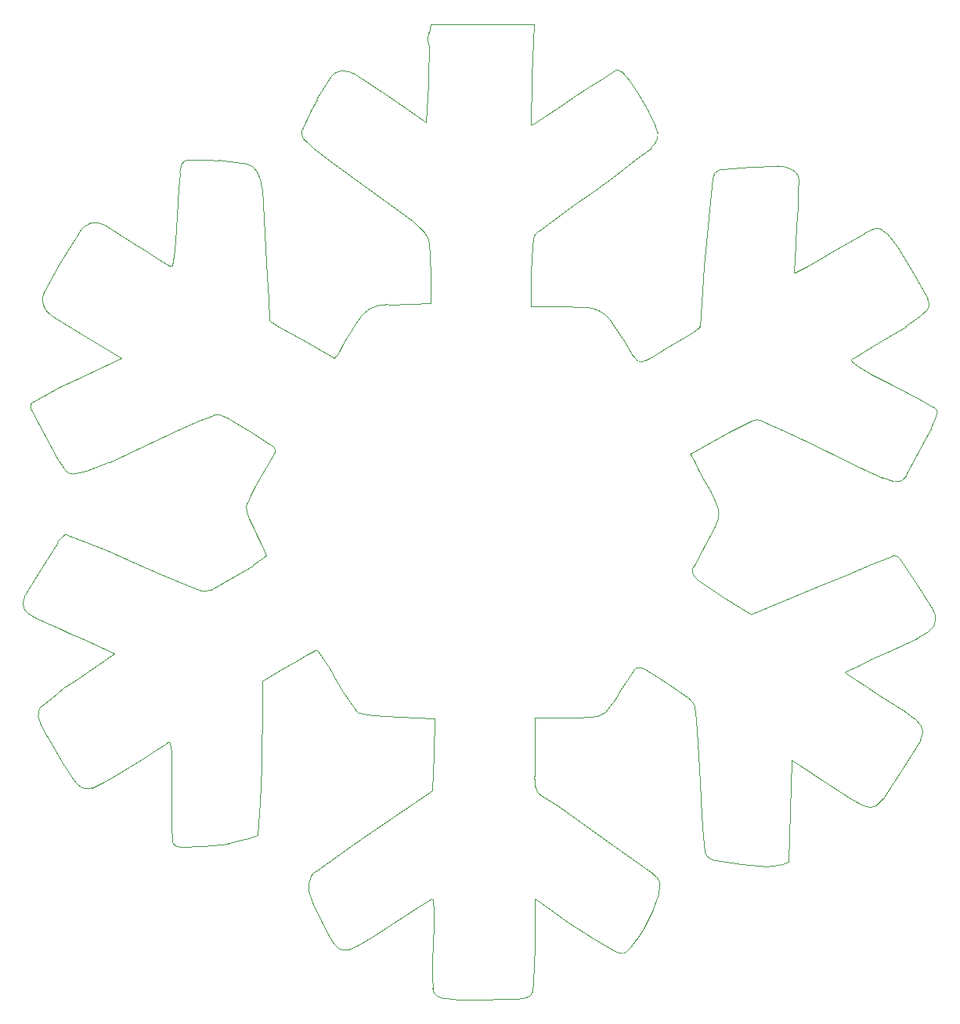
<source format=gm1>
%TF.GenerationSoftware,KiCad,Pcbnew,(6.0.7)*%
%TF.CreationDate,2022-10-09T20:43:52-07:00*%
%TF.ProjectId,IEEE_PCB_SMD,49454545-5f50-4434-925f-534d442e6b69,rev?*%
%TF.SameCoordinates,Original*%
%TF.FileFunction,Profile,NP*%
%FSLAX46Y46*%
G04 Gerber Fmt 4.6, Leading zero omitted, Abs format (unit mm)*
G04 Created by KiCad (PCBNEW (6.0.7)) date 2022-10-09 20:43:52*
%MOMM*%
%LPD*%
G01*
G04 APERTURE LIST*
%TA.AperFunction,Profile*%
%ADD10C,0.024499*%
%TD*%
G04 APERTURE END LIST*
D10*
%TO.C,REF\u002A\u002A*%
X124129972Y-127760390D02*
X125412792Y-127317665D01*
X106874374Y-95637832D02*
X104824343Y-94845275D01*
X116089818Y-124484458D02*
X116124264Y-126328904D01*
X175875097Y-101623474D02*
X173055657Y-99763891D01*
X164085229Y-112549876D02*
X164640622Y-111655471D01*
X109951301Y-107631961D02*
X105983601Y-110333635D01*
X126055609Y-96470146D02*
X126304054Y-97093151D01*
X166256856Y-54358822D02*
X167953702Y-53019926D01*
X149707130Y-39710309D02*
X144151128Y-39710309D01*
X136288270Y-139152014D02*
X137746636Y-138308784D01*
X103012792Y-104549933D02*
X103990412Y-104978371D01*
X125728683Y-95729360D02*
X126055609Y-96470146D01*
X125762791Y-88517078D02*
X125159764Y-89543969D01*
X155357240Y-120978485D02*
X155337791Y-118622995D01*
X155784749Y-62036982D02*
X157495795Y-60753010D01*
X144566106Y-114703452D02*
X144439449Y-118594381D01*
X136770802Y-114206120D02*
X137904104Y-114328558D01*
X130650744Y-50086395D02*
X130245003Y-51047421D01*
X164196825Y-55914120D02*
X166256856Y-54358822D01*
X167530103Y-48930667D02*
X166479665Y-47029176D01*
X134538877Y-74400450D02*
X134172063Y-75046556D01*
X196715112Y-100237337D02*
X194849395Y-97419248D01*
X131426830Y-53030848D02*
X133197924Y-54428603D01*
X122672382Y-99480402D02*
X120323195Y-100806973D01*
X131908402Y-107413230D02*
X132501388Y-108243628D01*
X161859453Y-57598242D02*
X164196825Y-55914120D01*
X131825080Y-47760309D02*
X131189684Y-48955552D01*
X124675901Y-83727821D02*
X127103286Y-85282198D01*
X141378368Y-135954652D02*
X142824577Y-135041158D01*
X140764449Y-114527079D02*
X144566106Y-114703452D01*
X190952651Y-75080218D02*
X192072656Y-74400612D01*
X155014384Y-64952643D02*
X155099357Y-63722700D01*
X111993821Y-97800968D02*
X109247903Y-96606634D01*
X174295034Y-95025763D02*
X174814559Y-93938716D01*
X118844407Y-54310363D02*
X117875257Y-54348397D01*
X143944729Y-41926549D02*
X143936268Y-43116163D01*
X104358555Y-119503244D02*
X105301453Y-121007796D01*
X117192478Y-100032253D02*
X114758489Y-99011638D01*
X126872864Y-86643568D02*
X126365729Y-87526868D01*
X155235730Y-143095769D02*
X155314348Y-141476341D01*
X173703632Y-88921033D02*
X173104955Y-87856928D01*
X132338936Y-136660309D02*
X133117060Y-138162212D01*
X129704832Y-108400049D02*
X130656345Y-107870218D01*
X167125354Y-137360310D02*
X168181953Y-135343868D01*
X173124928Y-72473802D02*
X172447369Y-72939733D01*
X135208540Y-139673152D02*
X136288270Y-139152014D01*
X125899196Y-115310310D02*
X125946377Y-110585309D01*
X116124264Y-126328904D02*
X116188116Y-127882352D01*
X115697233Y-65698674D02*
X114580245Y-64998689D01*
X195108593Y-120218479D02*
X197097915Y-117009970D01*
X174308375Y-90041012D02*
X173703632Y-88921033D01*
X126574887Y-69415397D02*
X126431081Y-66865771D01*
X124650448Y-90539748D02*
X124276461Y-91396212D01*
X191809208Y-108274057D02*
X193583841Y-107469392D01*
X173685197Y-65855777D02*
X173204702Y-72332371D01*
X136519086Y-71338390D02*
X135988633Y-72043196D01*
X173203376Y-121598811D02*
X173385488Y-125159343D01*
X135474497Y-128453681D02*
X133335088Y-129987789D01*
X104028467Y-78892666D02*
X102438534Y-79734866D01*
X111795302Y-63197866D02*
X108701523Y-61303631D01*
X106406592Y-73208313D02*
X110675393Y-75705868D01*
X174147021Y-84975392D02*
X176502662Y-83723537D01*
X187136448Y-121796499D02*
X189746315Y-123484632D01*
X198501880Y-81058586D02*
X197186346Y-80331586D01*
X137904104Y-114328558D02*
X139264815Y-114441160D01*
X196698784Y-86161049D02*
X197389105Y-84903138D01*
X144137792Y-66196319D02*
X144137792Y-69810309D01*
X155314348Y-141476341D02*
X155337792Y-139172619D01*
X133708491Y-75705231D02*
X130467962Y-73906408D01*
X135399573Y-112951635D02*
X136045823Y-113849309D01*
X125412792Y-127317665D02*
X125632404Y-123676487D01*
X143902062Y-44513427D02*
X143830457Y-46117414D01*
X168635991Y-75236757D02*
X167797044Y-75739000D01*
X125632404Y-123676487D02*
X125720075Y-121946281D01*
X193831284Y-78569878D02*
X191604159Y-77410287D01*
X116131749Y-119518554D02*
X116102547Y-122383574D01*
X102438534Y-79734866D02*
X101124433Y-80479381D01*
X154987792Y-70160309D02*
X154987792Y-66552205D01*
X127282210Y-85890211D02*
X126872864Y-86643568D01*
X122351693Y-82311087D02*
X124675901Y-83727821D01*
X103942101Y-65658916D02*
X102332411Y-68615660D01*
X107532046Y-106549004D02*
X109951301Y-107631961D01*
X158685801Y-114610309D02*
X160014640Y-114585294D01*
X116899401Y-83454101D02*
X119073025Y-82510553D01*
X161238126Y-114509806D02*
X162252341Y-114402271D01*
X141950292Y-69865093D02*
X139512410Y-69950824D01*
X134668821Y-111829303D02*
X135399573Y-112951635D01*
X165178083Y-110774705D02*
X165694331Y-110007509D01*
X186003842Y-65161880D02*
X184689434Y-65905731D01*
X119073025Y-82510553D02*
X120669960Y-81899449D01*
X144293709Y-141031054D02*
X144293903Y-142650445D01*
X172218735Y-86098816D02*
X174147021Y-84975392D01*
X168400895Y-50647136D02*
X167530103Y-48930667D01*
X120013121Y-54315257D02*
X118844407Y-54310363D01*
X190018497Y-75657813D02*
X190952651Y-75080218D01*
X182812792Y-130169767D02*
X182987792Y-124676228D01*
X159530015Y-59261637D02*
X161859453Y-57598242D01*
X183855482Y-57801022D02*
X183884538Y-56349725D01*
X163514773Y-113359556D02*
X164085229Y-112549876D01*
X158085563Y-70160309D02*
X154987792Y-70160309D01*
X165992912Y-75449784D02*
X164913927Y-73686543D01*
X149680106Y-145060309D02*
X151868428Y-145036601D01*
X183162792Y-119182688D02*
X187136448Y-121796499D01*
X169623338Y-74652917D02*
X168635991Y-75236757D01*
X134172063Y-75046556D02*
X133852649Y-75606233D01*
X102611252Y-116574331D02*
X104358555Y-119503244D01*
X178692514Y-55105099D02*
X175693978Y-55337130D01*
X103103976Y-112461778D02*
X102033281Y-113368464D01*
X174616418Y-56290099D02*
X174159780Y-60624007D01*
X167950708Y-131296906D02*
X162632320Y-127520693D01*
X155099357Y-63722700D02*
X155231204Y-62816912D01*
X197843614Y-69291522D02*
X196161176Y-66361672D01*
X109247903Y-96606634D02*
X106874374Y-95637832D01*
X161227828Y-46445172D02*
X159537792Y-47585309D01*
X144434300Y-137135340D02*
X144368475Y-138960978D01*
X183486207Y-65015430D02*
X183569632Y-63384326D01*
X181934255Y-83439646D02*
X184363729Y-84571597D01*
X157495795Y-60753010D02*
X159530015Y-59261637D01*
X124254817Y-92300810D02*
X124517433Y-93075339D01*
X109363989Y-87009264D02*
X113886435Y-84876696D01*
X110034880Y-120860648D02*
X111553785Y-119924375D01*
X139719888Y-137038729D02*
X141378368Y-135954652D01*
X131189684Y-48955552D02*
X130650744Y-50086395D01*
X125159764Y-89543969D02*
X124650448Y-90539748D01*
X124910338Y-98150670D02*
X122672382Y-99480402D01*
X174926084Y-130052234D02*
X177708636Y-130451885D01*
X126431081Y-66865771D02*
X126273910Y-63847485D01*
X154987792Y-66552205D02*
X155014384Y-64952643D01*
X192072656Y-74400612D02*
X193312791Y-73662669D01*
X126273910Y-63847485D02*
X125888519Y-57445444D01*
X116987319Y-55747206D02*
X116831229Y-57329612D01*
X173569329Y-127488533D02*
X173763511Y-129094342D01*
X103119421Y-71160268D02*
X106406592Y-73208313D01*
X124517433Y-93075339D02*
X124880378Y-93968335D01*
X155018237Y-47215535D02*
X155078069Y-45135309D01*
X173385488Y-125159343D02*
X173569329Y-127488533D01*
X182987792Y-124676228D02*
X183162792Y-119182688D01*
X126710622Y-71704805D02*
X126574887Y-69415397D01*
X116082366Y-118089241D02*
X116131749Y-119518554D01*
X126365729Y-87526868D02*
X125762791Y-88517078D01*
X144293903Y-142650445D02*
X144352791Y-143871852D01*
X108650514Y-121627089D02*
X110034880Y-120860648D01*
X172616125Y-86951743D02*
X172201865Y-86159886D01*
X197186346Y-80331586D02*
X195618080Y-79492281D01*
X176502662Y-83723537D02*
X178835450Y-82545011D01*
X174159780Y-60624007D02*
X173685197Y-65855777D01*
X114758489Y-99011638D02*
X111993821Y-97800968D01*
X174814559Y-93938716D02*
X175197302Y-93008015D01*
X155337791Y-118622995D02*
X155337792Y-114610309D01*
X144439449Y-118594381D02*
X144312792Y-122485309D01*
X119276655Y-100873017D02*
X117192478Y-100032253D01*
X151868428Y-145036601D02*
X153421863Y-144957553D01*
X121290798Y-54374942D02*
X120013121Y-54315257D01*
X133197924Y-54428603D02*
X136350291Y-56722817D01*
X183684461Y-61463138D02*
X183792445Y-59515907D01*
X186285374Y-100287895D02*
X178737402Y-103465481D01*
X143830457Y-46117414D02*
X143612792Y-50249519D01*
X125946377Y-110585309D02*
X128644868Y-109010309D01*
X105879590Y-77984680D02*
X104028467Y-78892666D01*
X197389105Y-84903138D02*
X198225476Y-83349666D01*
X155078069Y-45135309D02*
X155263132Y-39710309D01*
X181843673Y-130509930D02*
X182812792Y-130169767D01*
X190008041Y-110493670D02*
X189012738Y-109816559D01*
X116673006Y-60372352D02*
X116528195Y-63127863D01*
X155263132Y-39710309D02*
X149707130Y-39710309D01*
X104444584Y-111423089D02*
X103103976Y-112461778D01*
X133335088Y-129987789D02*
X131555904Y-131317504D01*
X155337792Y-134124929D02*
X156125291Y-134702111D01*
X116102547Y-122383574D02*
X116089818Y-124484458D01*
X133915601Y-110546779D02*
X134668821Y-111829303D01*
X190315026Y-108979853D02*
X191809208Y-108274057D01*
X173104955Y-87856928D02*
X172616125Y-86951743D01*
X113008372Y-118990293D02*
X114309337Y-118158348D01*
X166427540Y-138521327D02*
X167125354Y-137360310D01*
X183569632Y-63384326D02*
X183684461Y-61463138D01*
X116918461Y-128575083D02*
X119581747Y-128469815D01*
X102008000Y-98437000D02*
X100275376Y-101340332D01*
X179849337Y-82503703D02*
X181934255Y-83439646D01*
X144368475Y-138960978D02*
X144293709Y-141031054D01*
X164640622Y-111655471D02*
X165178083Y-110774705D01*
X153421863Y-144957553D02*
X154524901Y-144836115D01*
X130656345Y-107870218D02*
X131463548Y-107434679D01*
X165694331Y-110007509D02*
X166148785Y-109393227D01*
X113268963Y-64160552D02*
X111795302Y-63197866D01*
X157864753Y-48725815D02*
X156430706Y-49686403D01*
X161715912Y-138468071D02*
X164201237Y-139950582D01*
X172531075Y-98275916D02*
X173679391Y-96155016D01*
X191163493Y-111257664D02*
X190008041Y-110493670D01*
X125720075Y-121946281D02*
X125801364Y-119716937D01*
X144137792Y-69810309D02*
X141950292Y-69865093D01*
X137746636Y-138308784D02*
X139719888Y-137038729D01*
X100928182Y-81289681D02*
X102337374Y-84016191D01*
X189210156Y-99070105D02*
X186285374Y-100287895D01*
X193949191Y-97172738D02*
X191745298Y-98044216D01*
X190941330Y-87772930D02*
X192994188Y-88678993D01*
X144312792Y-122485309D02*
X137942127Y-126764361D01*
X144410115Y-134323713D02*
X144440645Y-135602732D01*
X198464559Y-103026154D02*
X196715112Y-100237337D01*
X196116927Y-87265592D02*
X196698784Y-86161049D01*
X172904139Y-116084167D02*
X173059242Y-118668526D01*
X144151128Y-39710309D02*
X143936510Y-40565417D01*
X133179405Y-109288448D02*
X133915601Y-110546779D01*
X172447369Y-72939733D02*
X171624073Y-73470388D01*
X114580245Y-64998689D02*
X113268963Y-64160552D01*
X125309974Y-94873506D02*
X125728683Y-95729360D01*
X162632320Y-127520693D02*
X157539247Y-123934916D01*
X169651857Y-110918934D02*
X172104635Y-112601182D01*
X177708636Y-130451885D02*
X180485376Y-130699875D01*
X114309337Y-118158348D02*
X115407410Y-117458875D01*
X174819532Y-91120232D02*
X174308375Y-90041012D01*
X192535140Y-112131324D02*
X191163493Y-111257664D01*
X187126741Y-85914435D02*
X190941330Y-87772930D01*
X125865156Y-117385218D02*
X125899196Y-115310310D01*
X107495502Y-122191007D02*
X108650514Y-121627089D01*
X170650291Y-74053049D02*
X169623338Y-74652917D01*
X171624073Y-73470388D02*
X170650291Y-74053049D01*
X139492061Y-47407461D02*
X135966734Y-45089772D01*
X173679391Y-96155016D02*
X174295034Y-95025763D01*
X156430706Y-49686403D02*
X155160241Y-50526580D01*
X178737402Y-103465481D02*
X175875097Y-101623474D01*
X184363729Y-84571597D02*
X187126741Y-85914435D01*
X162997312Y-114006457D02*
X163514773Y-113359556D01*
X137942127Y-126764361D02*
X135474497Y-128453681D01*
X154992870Y-48966716D02*
X155018237Y-47215535D01*
X173059242Y-118668526D02*
X173203376Y-121598811D01*
X135441896Y-72851579D02*
X134960691Y-73652547D01*
X155114977Y-144241673D02*
X155235730Y-143095769D01*
X131359948Y-134591211D02*
X132338936Y-136660309D01*
X181640588Y-54992386D02*
X178692514Y-55105099D01*
X116831229Y-57329612D02*
X116673006Y-60372352D01*
X189017304Y-109611552D02*
X190315026Y-108979853D01*
X195618080Y-79492281D02*
X193831284Y-78569878D01*
X183421058Y-66461770D02*
X183486207Y-65015430D01*
X193312791Y-73662669D02*
X195491414Y-72331867D01*
X155337792Y-114610309D02*
X158685801Y-114610309D01*
X158941232Y-136683182D02*
X161715912Y-138468071D01*
X119581747Y-128469815D02*
X122257924Y-128206422D01*
X163998117Y-44686990D02*
X162715846Y-45484216D01*
X142824577Y-135041158D02*
X144080387Y-134270021D01*
X105206573Y-105515058D02*
X106452943Y-106067685D01*
X160014640Y-114585294D02*
X161238126Y-114509806D01*
X196161176Y-66361672D02*
X194496215Y-63589980D01*
X110675393Y-75705868D02*
X105879590Y-77984680D01*
X162715846Y-45484216D02*
X161227828Y-46445172D01*
X187549214Y-64262613D02*
X186003842Y-65161880D01*
X175196571Y-92044655D02*
X174819532Y-91120232D01*
X134960691Y-73652547D02*
X134538877Y-74400450D01*
X146804296Y-145042198D02*
X149680106Y-145060309D01*
X136350291Y-56722817D02*
X142158713Y-60925688D01*
X130467962Y-73906408D02*
X127504125Y-72251316D01*
X160945519Y-70264663D02*
X158085563Y-70160309D01*
X105983601Y-110333635D02*
X104444584Y-111423089D01*
X124880378Y-93968335D02*
X125309974Y-94873506D01*
X103787796Y-95598402D02*
X102008000Y-98437000D01*
X184689434Y-65905731D02*
X183525152Y-66551380D01*
X128644868Y-109010309D02*
X129704832Y-108400049D01*
X191019256Y-62246645D02*
X187549214Y-64262613D01*
X132501388Y-108243628D02*
X133179405Y-109288448D01*
X101292237Y-103768239D02*
X103012792Y-104549933D01*
X125801364Y-119716937D02*
X125865156Y-117385218D01*
X172751524Y-113894339D02*
X172904139Y-116084167D01*
X106452943Y-106067685D02*
X107532046Y-106549004D01*
X193583841Y-107469392D02*
X196684880Y-106055303D01*
X191745298Y-98044216D02*
X189210156Y-99070105D01*
X102337374Y-84016191D02*
X103737167Y-86564303D01*
X156125291Y-134702111D02*
X158941232Y-136683182D01*
X111553785Y-119924375D02*
X113008372Y-118990293D01*
X155337792Y-139172619D02*
X155337792Y-134124929D01*
X106219354Y-62025338D02*
X103942101Y-65658916D01*
X167797044Y-75739000D02*
X167356397Y-76013360D01*
X135988633Y-72043196D02*
X135441896Y-72851579D01*
X183792445Y-59515907D02*
X183855482Y-57801022D01*
X116528195Y-63127863D02*
X116379635Y-64737190D01*
X143612792Y-50249519D02*
X139492061Y-47407461D01*
X154986806Y-50499065D02*
X154992870Y-48966716D01*
X195399259Y-113956377D02*
X192535140Y-112131324D01*
X139264815Y-114441160D02*
X140764449Y-114527079D01*
X144440645Y-135602732D02*
X144434300Y-137135340D01*
X193097747Y-123333084D02*
X195108593Y-120218479D01*
X103990412Y-104978371D02*
X105206573Y-105515058D01*
X113886435Y-84876696D02*
X116899401Y-83454101D01*
X159537792Y-47585309D02*
X157864753Y-48725815D01*
X195633695Y-88216117D02*
X196116927Y-87265592D01*
X167107985Y-109302477D02*
X169651857Y-110918934D01*
X116379635Y-64737190D02*
X116214592Y-65721039D01*
X115407410Y-117458875D02*
X115725995Y-117262833D01*
X143936268Y-43116163D02*
X143902062Y-44513427D01*
X195386657Y-88712193D02*
G75*
G03*
X195543188Y-88540028I-1005457J1071393D01*
G01*
X131555910Y-131317512D02*
G75*
G03*
X131204627Y-131728852I766190J-1009988D01*
G01*
X168755305Y-133822449D02*
G75*
G03*
X168910384Y-132694439I-4076105J1135049D01*
G01*
X119276653Y-100873021D02*
G75*
G03*
X119731495Y-100960310I454847J1141421D01*
G01*
X145564990Y-144954012D02*
G75*
G03*
X146804295Y-145042197I1373510J10550212D01*
G01*
X126710637Y-71704804D02*
G75*
G03*
X126741634Y-71761580I75563J4404D01*
G01*
X195543188Y-88540029D02*
G75*
G03*
X195587792Y-88409510I-168688J130529D01*
G01*
X101936323Y-115277877D02*
G75*
G03*
X102611252Y-116574332I12704077J5789777D01*
G01*
X162417484Y-70679698D02*
G75*
G03*
X160945519Y-70264663I-1750284J-3389802D01*
G01*
X121274882Y-81869643D02*
G75*
G03*
X120669959Y-81899449I-253482J-1008957D01*
G01*
X131908392Y-107413237D02*
G75*
G03*
X131703076Y-107340850I-156092J-115363D01*
G01*
X163526742Y-71619140D02*
G75*
G03*
X162417490Y-70679687I-2597142J-1941960D01*
G01*
X189690863Y-76161448D02*
G75*
G03*
X190351077Y-76669977I3553837J3931048D01*
G01*
X164839546Y-44842360D02*
G75*
G03*
X164269275Y-44610309I-570246J-584640D01*
G01*
X101124433Y-80479381D02*
G75*
G03*
X100899887Y-80742730I260416J-449450D01*
G01*
X197097919Y-117009973D02*
G75*
G03*
X197337791Y-116154727I-1404819J855273D01*
G01*
X155425292Y-62389244D02*
G75*
G03*
X155231204Y-62816911I770508J-607556D01*
G01*
X155647745Y-122633207D02*
G75*
G03*
X156015518Y-122998389I794155J432007D01*
G01*
X144137789Y-66196319D02*
G75*
G03*
X144004327Y-63456126I-28194689J119D01*
G01*
X198037801Y-70029951D02*
G75*
G03*
X197843614Y-69291521I-1500901J51D01*
G01*
X116298177Y-128236625D02*
G75*
G03*
X116918460Y-128575083I607223J375225D01*
G01*
X101752283Y-113784537D02*
G75*
G03*
X101691035Y-114465679I1310744J-461186D01*
G01*
X164269275Y-44610314D02*
G75*
G03*
X163998118Y-44686990I25J-517886D01*
G01*
X117495601Y-54450504D02*
G75*
G03*
X117184088Y-54825468I274699J-545096D01*
G01*
X192994189Y-88678990D02*
G75*
G03*
X194275040Y-89119207I4832111J11975990D01*
G01*
X165992911Y-75449784D02*
G75*
G03*
X166468431Y-76033000I2547089J1591284D01*
G01*
X162252339Y-114402256D02*
G75*
G03*
X162673106Y-114268169I-152239J1204956D01*
G01*
X155447974Y-122042254D02*
G75*
G03*
X155647768Y-122633195I1797426J278454D01*
G01*
X189017287Y-109611517D02*
G75*
G03*
X188956189Y-109710309I48013J-97983D01*
G01*
X134631403Y-139751215D02*
G75*
G03*
X135208541Y-139673152I150297J1061315D01*
G01*
X134153660Y-139541468D02*
G75*
G03*
X134631400Y-139751228I613240J747768D01*
G01*
X133676493Y-139040585D02*
G75*
G03*
X134153646Y-139541485I2265507J1680385D01*
G01*
X164920441Y-140089460D02*
G75*
G03*
X165320289Y-139898457I-107641J739360D01*
G01*
X155047906Y-50560310D02*
G75*
G03*
X155160241Y-50526579I94J203610D01*
G01*
X175285206Y-92525917D02*
G75*
G03*
X175196572Y-92044655I-1372506J-3983D01*
G01*
X189746315Y-123484632D02*
G75*
G03*
X190937669Y-124130262I5209585J8191032D01*
G01*
X198225471Y-83349663D02*
G75*
G03*
X198692680Y-82321097I-9512671J4941363D01*
G01*
X175693980Y-55337148D02*
G75*
G03*
X174891466Y-55715381I122620J-1300652D01*
G01*
X197337770Y-116154727D02*
G75*
G03*
X197145538Y-115478090I-1286870J27D01*
G01*
X127282221Y-85890217D02*
G75*
G03*
X127330059Y-85687702I-360721J192117D01*
G01*
X117875257Y-54348389D02*
G75*
G03*
X117495603Y-54450507I56543J-967011D01*
G01*
X143944709Y-41926549D02*
G75*
G03*
X143885007Y-41702917I-445509J849D01*
G01*
X130245012Y-51047425D02*
G75*
G03*
X130153266Y-51501238I1207888J-480375D01*
G01*
X197938560Y-105346607D02*
G75*
G03*
X198519567Y-104740394I-1108360J1643807D01*
G01*
X127330051Y-85687702D02*
G75*
G03*
X127103286Y-85282199I-498651J-12698D01*
G01*
X101691036Y-114465679D02*
G75*
G03*
X101936323Y-115277876I3127654J501429D01*
G01*
X119731495Y-100960318D02*
G75*
G03*
X120323194Y-100806973I5J1218218D01*
G01*
X166479664Y-47029177D02*
G75*
G03*
X165590225Y-45694316I-11786564J-6889823D01*
G01*
X100166204Y-102831385D02*
G75*
G03*
X100526720Y-103295750I1104153J485096D01*
G01*
X198519572Y-104740397D02*
G75*
G03*
X198732432Y-103998843I-1227572J753697D01*
G01*
X133708485Y-75705241D02*
G75*
G03*
X133802750Y-75684017I35215J63541D01*
G01*
X172218727Y-86098803D02*
G75*
G03*
X172201865Y-86159887I24373J-39597D01*
G01*
X131204627Y-131728852D02*
G75*
G03*
X130930496Y-132562897I2236473J-1197148D01*
G01*
X179408683Y-82410307D02*
G75*
G03*
X178835450Y-82545011I-83J-1286693D01*
G01*
X194849390Y-97419252D02*
G75*
G03*
X194273070Y-97111981I-578990J-391848D01*
G01*
X139512410Y-69950818D02*
G75*
G03*
X138379531Y-70091103I331890J-7324682D01*
G01*
X166362554Y-109233828D02*
G75*
G03*
X166148786Y-109393226I176446J-459672D01*
G01*
X168669200Y-51940047D02*
G75*
G03*
X168676186Y-51402942I-1034000J282047D01*
G01*
X124187780Y-91854232D02*
G75*
G03*
X124254818Y-92300810I1518520J-368D01*
G01*
X154986791Y-50499065D02*
G75*
G03*
X155047906Y-50560309I61109J-135D01*
G01*
X138379532Y-70091106D02*
G75*
G03*
X137636384Y-70369726I505468J-2478594D01*
G01*
X104525801Y-94873622D02*
G75*
G03*
X103787797Y-95598402I1230639J-1991218D01*
G01*
X102332411Y-68615660D02*
G75*
G03*
X102233177Y-69996078I1642453J-811847D01*
G01*
X196920035Y-71334358D02*
G75*
G03*
X197815742Y-70557302I-6112635J7950758D01*
G01*
X166468422Y-76033009D02*
G75*
G03*
X166868014Y-76176323I361678J379709D01*
G01*
X157539247Y-123934916D02*
G75*
G03*
X156015518Y-122998389I-8595147J-12276484D01*
G01*
X192111726Y-61771488D02*
G75*
G03*
X191019256Y-62246645I1589674J-5148412D01*
G01*
X183421088Y-66461771D02*
G75*
G03*
X183451857Y-66541041I105312J-4729D01*
G01*
X195491414Y-72331867D02*
G75*
G03*
X196920035Y-71334358I-10144814J16051067D01*
G01*
X143866352Y-40913496D02*
G75*
G03*
X143832851Y-41252290I3159848J-483504D01*
G01*
X165320286Y-139898454D02*
G75*
G03*
X165829820Y-139353502I-3508386J3791054D01*
G01*
X135966729Y-45089780D02*
G75*
G03*
X134503930Y-44705794I-1346129J-2149820D01*
G01*
X124276475Y-91396218D02*
G75*
G03*
X124187792Y-91854232I1138225J-457982D01*
G01*
X172751522Y-113894339D02*
G75*
G03*
X172657113Y-113376430I-2446222J-178361D01*
G01*
X100526720Y-103295750D02*
G75*
G03*
X101292238Y-103768239I2493790J3184010D01*
G01*
X183824345Y-56011369D02*
G75*
G03*
X183703364Y-55813479I-597945J-229631D01*
G01*
X172657114Y-113376430D02*
G75*
G03*
X172104635Y-112601182I-1403014J-415370D01*
G01*
X168676186Y-51402942D02*
G75*
G03*
X168400895Y-50647136I-3583386J-877158D01*
G01*
X104695183Y-87957040D02*
G75*
G03*
X105478776Y-88282735I695497J567830D01*
G01*
X164913925Y-73686544D02*
G75*
G03*
X163526743Y-71619138I-20908525J-12530056D01*
G01*
X125372269Y-55630077D02*
G75*
G03*
X124222361Y-54767218I-1484669J-780923D01*
G01*
X130378854Y-52064896D02*
G75*
G03*
X131426829Y-53030848I11370246J11284296D01*
G01*
X190351077Y-76669976D02*
G75*
G03*
X191604159Y-77410287I9032523J13858176D01*
G01*
X194275031Y-89119239D02*
G75*
G03*
X194903093Y-89052120I231169J808939D01*
G01*
X167953697Y-53019919D02*
G75*
G03*
X168408492Y-52519059I-1352497J1685019D01*
G01*
X194273069Y-97111975D02*
G75*
G03*
X193949191Y-97172738I-3269J-876125D01*
G01*
X183884557Y-56349725D02*
G75*
G03*
X183824360Y-56011364I-908957J12825D01*
G01*
X190018495Y-75657810D02*
G75*
G03*
X189701673Y-75878292I2012605J-3229890D01*
G01*
X144004338Y-63456125D02*
G75*
G03*
X143468387Y-62162197I-2395038J-234075D01*
G01*
X143835533Y-41539406D02*
G75*
G03*
X143885006Y-41702917I372967J23606D01*
G01*
X130153248Y-51501238D02*
G75*
G03*
X130378854Y-52064897I777552J-15762D01*
G01*
X197815737Y-70557297D02*
G75*
G03*
X198037792Y-70029951I-515037J527297D01*
G01*
X136933314Y-70887993D02*
G75*
G03*
X136519086Y-71338390I2872286J-3057307D01*
G01*
X126272470Y-97206723D02*
G75*
G03*
X126304055Y-97093152I-60570J78023D01*
G01*
X165590224Y-45694317D02*
G75*
G03*
X164839567Y-44842339I-5990024J-4520983D01*
G01*
X122351697Y-82311080D02*
G75*
G03*
X121274888Y-81869622I-2069697J-3514420D01*
G01*
X115988954Y-65843758D02*
G75*
G03*
X116214593Y-65721040I60446J157658D01*
G01*
X189701676Y-75878296D02*
G75*
G03*
X189690862Y-76161450I113124J-146104D01*
G01*
X196586639Y-114832525D02*
G75*
G03*
X195399259Y-113956377I-7690539J-9179775D01*
G01*
X194903093Y-89052121D02*
G75*
G03*
X195165203Y-88891561I-1246693J2329421D01*
G01*
X192823851Y-61830750D02*
G75*
G03*
X192111727Y-61771488I-429751J-855850D01*
G01*
X133802751Y-75684018D02*
G75*
G03*
X133852648Y-75606233I-732251J524618D01*
G01*
X180485376Y-130699875D02*
G75*
G03*
X181843674Y-130509930I207424J3468275D01*
G01*
X166868014Y-76176320D02*
G75*
G03*
X167356397Y-76013360I-75314J1039020D01*
G01*
X168910410Y-132694439D02*
G75*
G03*
X168636597Y-131933871I-1188110J1839D01*
G01*
X144352775Y-143871853D02*
G75*
G03*
X144501529Y-144385977I1282025J92353D01*
G01*
X104824343Y-94845274D02*
G75*
G03*
X104525801Y-94873622I-120583J-316296D01*
G01*
X183475040Y-55594279D02*
G75*
G03*
X183187939Y-55389432I-1590640J-1925721D01*
G01*
X198806206Y-81288744D02*
G75*
G03*
X198501880Y-81058586I-981006J-980856D01*
G01*
X143468395Y-62162191D02*
G75*
G03*
X142158712Y-60925688I-5533095J-4548709D01*
G01*
X136045810Y-113849318D02*
G75*
G03*
X136365602Y-114098937I622090J467318D01*
G01*
X115961341Y-117359412D02*
G75*
G03*
X115725994Y-117262833I-153941J-40088D01*
G01*
X102233178Y-69996078D02*
G75*
G03*
X103119422Y-71160267I2114552J690288D01*
G01*
X197145540Y-115478089D02*
G75*
G03*
X196586641Y-114832524I-2280940J-1410011D01*
G01*
X154524901Y-144836113D02*
G75*
G03*
X154917791Y-144640310I-96001J684713D01*
G01*
X144501511Y-144385987D02*
G75*
G03*
X144892999Y-144757570I756389J404887D01*
G01*
X173124929Y-72473803D02*
G75*
G03*
X173204703Y-72332371I-108129J154203D01*
G01*
X144893003Y-144757559D02*
G75*
G03*
X145564991Y-144954008I964697J2052359D01*
G01*
X198692675Y-82321095D02*
G75*
G03*
X198904534Y-81625918I-4355375J1707195D01*
G01*
X172531070Y-98275913D02*
G75*
G03*
X172496280Y-99070959I859330J-435887D01*
G01*
X174004432Y-129576932D02*
G75*
G03*
X174926084Y-130052235I1204468J1204332D01*
G01*
X195165203Y-88891561D02*
G75*
G03*
X195386662Y-88712198I-1117003J1605561D01*
G01*
X155357234Y-120978485D02*
G75*
G03*
X155447979Y-122042253I7790166J128785D01*
G01*
X134503929Y-44705780D02*
G75*
G03*
X133371084Y-45321006I68171J-1476120D01*
G01*
X183451866Y-66541033D02*
G75*
G03*
X183525152Y-66551380I43534J43633D01*
G01*
X107364655Y-61161139D02*
G75*
G03*
X106219354Y-62025337I638375J-2037041D01*
G01*
X124222361Y-54767223D02*
G75*
G03*
X121290798Y-54374942I-4348061J-21343477D01*
G01*
X122257923Y-128206414D02*
G75*
G03*
X124129972Y-127760390I-1322823J9703814D01*
G01*
X167107989Y-109302471D02*
G75*
G03*
X166362554Y-109233831I-442289J-721229D01*
G01*
X106941747Y-87969651D02*
G75*
G03*
X109363989Y-87009263I-7656165J22844814D01*
G01*
X188956195Y-109710309D02*
G75*
G03*
X189012738Y-109816558I129805J909D01*
G01*
X130965883Y-133421667D02*
G75*
G03*
X131359949Y-134591211I6088117J1400167D01*
G01*
X155784752Y-62036985D02*
G75*
G03*
X155425292Y-62389245I1190548J-1574415D01*
G01*
X165829818Y-139353501D02*
G75*
G03*
X166427540Y-138521326I-7038418J5686201D01*
G01*
X168408489Y-52519057D02*
G75*
G03*
X168669197Y-51940046I-1698689J1113057D01*
G01*
X173763535Y-129094339D02*
G75*
G03*
X174004423Y-129576942I843765J119739D01*
G01*
X137636384Y-70369724D02*
G75*
G03*
X136933319Y-70887998I1816716J-3200476D01*
G01*
X198904540Y-81625919D02*
G75*
G03*
X198806216Y-81288734I-356340J79019D01*
G01*
X103737164Y-86564305D02*
G75*
G03*
X104695182Y-87957040I8938436J5122605D01*
G01*
X144293041Y-134210302D02*
G75*
G03*
X144080387Y-134270020I59J-408698D01*
G01*
X105903853Y-121782702D02*
G75*
G03*
X106409324Y-122174369I1420547J1311302D01*
G01*
X194496209Y-63589984D02*
G75*
G03*
X193584749Y-62399214I-6408009J-3960716D01*
G01*
X133117058Y-138162213D02*
G75*
G03*
X133676492Y-139040586I6451342J3491513D01*
G01*
X144410122Y-134323713D02*
G75*
G03*
X144293042Y-134210310I-117322J-3987D01*
G01*
X168636596Y-131933871D02*
G75*
G03*
X167950708Y-131296906I-2784896J-2311029D01*
G01*
X105478777Y-88282744D02*
G75*
G03*
X106941747Y-87969652I-653677J6628944D01*
G01*
X168181953Y-135343868D02*
G75*
G03*
X168755292Y-133822445I-8260253J3981568D01*
G01*
X108701521Y-61303634D02*
G75*
G03*
X107364654Y-61161140I-832421J-1467266D01*
G01*
X131703077Y-107340856D02*
G75*
G03*
X131463548Y-107434679I280723J-1069344D01*
G01*
X143936507Y-40565416D02*
G75*
G03*
X143866352Y-40913496I3662993J-919384D01*
G01*
X100037792Y-102219846D02*
G75*
G03*
X100166205Y-102831384I1520387J5D01*
G01*
X195633693Y-88216116D02*
G75*
G03*
X195587791Y-88409510I384407J-193384D01*
G01*
X172496275Y-99070961D02*
G75*
G03*
X173055657Y-99763891I1410325J566261D01*
G01*
X192295227Y-124142460D02*
G75*
G03*
X193097747Y-123333083I-1619227J2408060D01*
G01*
X191684312Y-124311960D02*
G75*
G03*
X192295220Y-124142450I50788J1002560D01*
G01*
X193584755Y-62399211D02*
G75*
G03*
X192823853Y-61830746I-1977455J-1853389D01*
G01*
X183187942Y-55389428D02*
G75*
G03*
X182881037Y-55232181I-1191242J-1946872D01*
G01*
X143832856Y-41252289D02*
G75*
G03*
X143835528Y-41539405I2628444J-119111D01*
G01*
X126741636Y-71761575D02*
G75*
G03*
X127504124Y-72251316I4497664J6164075D01*
G01*
X154917791Y-144640309D02*
G75*
G03*
X155114977Y-144241674I-490891J490909D01*
G01*
X116082363Y-118089241D02*
G75*
G03*
X115961345Y-117359412I-4065963J-299259D01*
G01*
X175197292Y-93008011D02*
G75*
G03*
X175285189Y-92525917I-1255192J477911D01*
G01*
X116188113Y-127882352D02*
G75*
G03*
X116298160Y-128236636I742987J36552D01*
G01*
X100899887Y-80742730D02*
G75*
G03*
X100928182Y-81289681I629687J-241632D01*
G01*
X125888509Y-57445445D02*
G75*
G03*
X125372267Y-55630080I-4575109J-319955D01*
G01*
X174891464Y-55715379D02*
G75*
G03*
X174616419Y-56290099I680036J-678621D01*
G01*
X115697233Y-65698674D02*
G75*
G03*
X115988947Y-65843777I906267J1456174D01*
G01*
X133371085Y-45321005D02*
G75*
G03*
X131825080Y-47760309I20646315J-14794995D01*
G01*
X183703365Y-55813478D02*
G75*
G03*
X183475039Y-55594280I-1576965J-1414122D01*
G01*
X182881043Y-55232167D02*
G75*
G03*
X181640588Y-54992386I-1191243J-2834133D01*
G01*
X106949549Y-122310311D02*
G75*
G03*
X107495501Y-122191007I-149J1309511D01*
G01*
X117184086Y-54825468D02*
G75*
G03*
X116987319Y-55747206I6263814J-1819032D01*
G01*
X105301450Y-121007798D02*
G75*
G03*
X105903853Y-121782702I4870650J3164798D01*
G01*
X198732435Y-103998843D02*
G75*
G03*
X198464559Y-103026154I-1843835J15443D01*
G01*
X179849334Y-82503709D02*
G75*
G03*
X179408683Y-82410309I-440634J-992691D01*
G01*
X196684880Y-106055304D02*
G75*
G03*
X197938561Y-105346610I-3871380J8311704D01*
G01*
X130930484Y-132562895D02*
G75*
G03*
X130965885Y-133421667I2314516J-334705D01*
G01*
X164201234Y-139950587D02*
G75*
G03*
X164920442Y-140089465I558866J962487D01*
G01*
X124910339Y-98150671D02*
G75*
G03*
X126272474Y-97206729I-7933239J12902671D01*
G01*
X136365601Y-114098937D02*
G75*
G03*
X136770802Y-114206120I582299J1381837D01*
G01*
X102033281Y-113368464D02*
G75*
G03*
X101752283Y-113784537I655419J-745566D01*
G01*
X190937664Y-124130272D02*
G75*
G03*
X191684312Y-124311961I850736J1871072D01*
G01*
X162673106Y-114268169D02*
G75*
G03*
X162997312Y-114006458I-526806J984269D01*
G01*
X106409334Y-122174348D02*
G75*
G03*
X106949549Y-122310309I539966J1004248D01*
G01*
X100275376Y-101340332D02*
G75*
G03*
X100037792Y-102219846I1509157J-879516D01*
G01*
%TD*%
M02*

</source>
